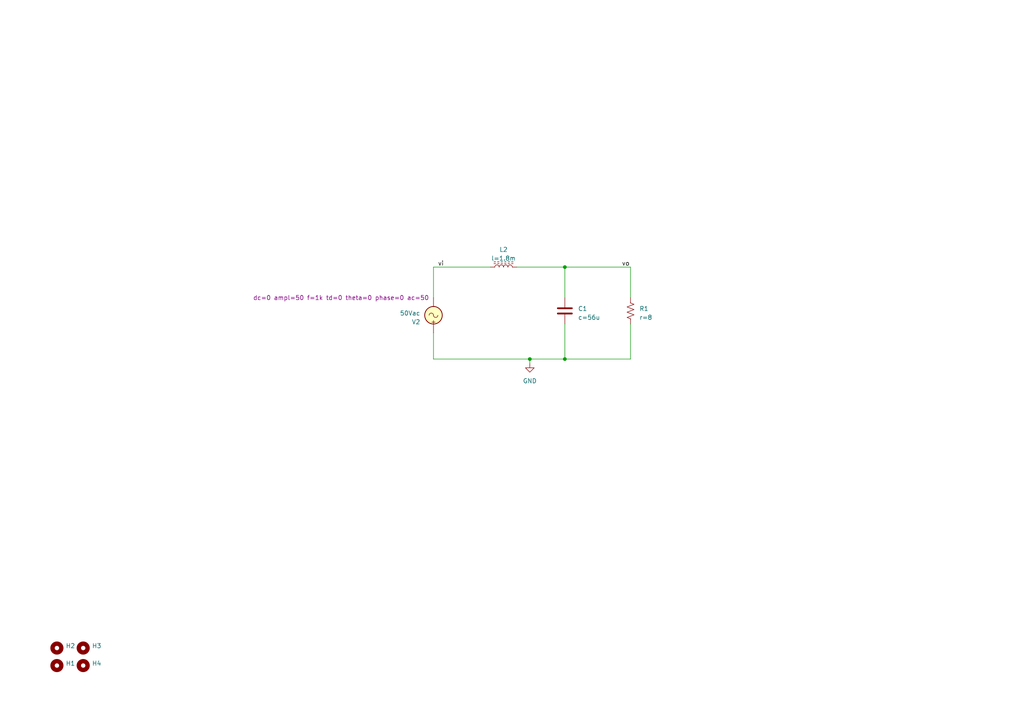
<source format=kicad_sch>
(kicad_sch (version 20230121) (generator eeschema)
  (paper "A4")
  (lib_symbols
    (symbol "Device:C" (pin_numbers hide) (pin_names (offset 0.254))
      (property "Reference" "C" (at 0.635 2.54 0))
      (property "Value" "C" (at 0.635 -2.54 0))
      (symbol "C_0_1"
        (polyline (pts (xy -2.032 -0.762) (xy 2.032 -0.762)) (stroke (width 0.508)))
        (polyline (pts (xy -2.032 0.762) (xy 2.032 0.762)) (stroke (width 0.508)))
      )
      (symbol "C_1_1"
        (pin passive line (at 0 3.81 270) (length 2.794) (name "~") (number "1"))
        (pin passive line (at 0 -3.81 90) (length 2.794) (name "~") (number "2"))
      )
    )
    (symbol "Device:L_Ferrite" (pin_numbers hide) (pin_names (offset 1.016) hide)
      (property "Reference" "L" (at -1.27 0 90))
      (property "Value" "L_Ferrite" (at 2.794 0 90))
      (symbol "L_Ferrite_0_1"
        (arc (start 0 -2.54) (mid 0.6323 -1.905) (end 0 -1.27))
        (arc (start 0 -1.27) (mid 0.6323 -0.635) (end 0 0))
        (polyline (pts (xy 1.016 -2.794) (xy 1.016 -2.286)))
        (polyline (pts (xy 1.016 -1.778) (xy 1.016 -1.27)))
        (polyline (pts (xy 1.016 -0.762) (xy 1.016 -0.254)))
        (polyline (pts (xy 1.016 0.254) (xy 1.016 0.762)))
        (polyline (pts (xy 1.016 1.27) (xy 1.016 1.778)))
        (polyline (pts (xy 1.016 2.286) (xy 1.016 2.794)))
        (polyline (pts (xy 1.524 -2.286) (xy 1.524 -2.794)))
        (polyline (pts (xy 1.524 -1.27) (xy 1.524 -1.778)))
        (polyline (pts (xy 1.524 -0.254) (xy 1.524 -0.762)))
        (polyline (pts (xy 1.524 0.762) (xy 1.524 0.254)))
        (polyline (pts (xy 1.524 1.778) (xy 1.524 1.27)))
        (polyline (pts (xy 1.524 2.794) (xy 1.524 2.286)))
        (arc (start 0 0) (mid 0.6323 0.635) (end 0 1.27))
        (arc (start 0 1.27) (mid 0.6323 1.905) (end 0 2.54))
      )
      (symbol "L_Ferrite_1_1"
        (pin passive line (at 0 3.81 270) (length 1.27) (name "1") (number "1"))
        (pin passive line (at 0 -3.81 90) (length 1.27) (name "2") (number "2"))
      )
    )
    (symbol "Device:R_US" (pin_numbers hide) (pin_names (offset 0))
      (property "Reference" "R" (at 2.54 0 90))
      (property "Value" "R_US" (at -2.54 0 90))
      (symbol "R_US_0_1"
        (polyline (pts (xy 0 -2.286) (xy 0 -2.54)))
        (polyline (pts (xy 0 2.286) (xy 0 2.54)))
        (polyline (pts (xy 0 -0.762) (xy 1.016 -1.143) (xy 0 -1.524) (xy -1.016 -1.905) (xy 0 -2.286)))
        (polyline (pts (xy 0 0.762) (xy 1.016 0.381) (xy 0 0) (xy -1.016 -0.381) (xy 0 -0.762)))
        (polyline (pts (xy 0 2.286) (xy 1.016 1.905) (xy 0 1.524) (xy -1.016 1.143) (xy 0 0.762)))
      )
      (symbol "R_US_1_1"
        (pin passive line (at 0 3.81 270) (length 1.27) (name "~") (number "1"))
        (pin passive line (at 0 -3.81 90) (length 1.27) (name "~") (number "2"))
      )
    )
    (symbol "Mechanical:MountingHole" (pin_names (offset 1.016))
      (property "Reference" "H" (at 0 5.08 0))
      (property "Value" "MountingHole" (at 0 3.175 0))
      (symbol "MountingHole_0_1"
        (circle (center 0 0) (radius 1.27) (stroke (width 1.27)))
      )
    )
    (symbol "Simulation_SPICE:VSIN" (pin_numbers hide) (pin_names (offset 0.0254))
      (property "Reference" "V" (at 2.54 2.54 0))
      (property "Value" "VSIN" (at 2.54 0 0))
      (property "Sim.Params" "dc=0 ampl=1 f=1k ac=1" (at 2.54 -2.54 0))
      (symbol "VSIN_0_0"
        (arc (start 0 0) (mid -0.635 0.6323) (end -1.27 0))
        (arc (start 0 0) (mid 0.635 -0.6323) (end 1.27 0))
        (text "+" (at 0 1.905 0) (effects (font (size 1.27 1.27))))
      )
      (symbol "VSIN_0_1"
        (circle (center 0 0) (radius 2.54) (stroke (width 0.254)) (fill (type background)))
      )
      (symbol "VSIN_1_1"
        (pin passive line (at 0 5.08 270) (length 2.54) (name "~") (number "1"))
        (pin passive line (at 0 -5.08 90) (length 2.54) (name "~") (number "2"))
      )
    )
    (symbol "power:GND" (power) (pin_names (offset 0))
      (property "Value" "GND" (at 0 -3.81 0))
      (symbol "GND_0_1"
        (polyline (pts (xy 0 0) (xy 0 -1.27) (xy 1.27 -1.27) (xy 0 -2.54) (xy -1.27 -1.27) (xy 0 -1.27)))
      )
      (symbol "GND_1_1"
        (pin power_in line (at 0 0 270) (length 0) hide (name "GND") (number "1"))
      )
    )
  )
  (junction (at 163.83 77.47))
  (junction (at 163.83 104.14))
  (junction (at 153.67 104.14))
  (wire (pts (xy 182.88 86.36) (xy 182.88 77.47)))
  (wire (pts (xy 163.83 104.14) (xy 182.88 104.14)))
  (wire (pts (xy 125.73 96.52) (xy 125.73 104.14)))
  (wire (pts (xy 163.83 77.47) (xy 182.88 77.47)))
  (wire (pts (xy 163.83 93.98) (xy 163.83 104.14)))
  (wire (pts (xy 125.73 86.36) (xy 125.73 77.47)))
  (wire (pts (xy 125.73 104.14) (xy 153.67 104.14)))
  (wire (pts (xy 125.73 77.47) (xy 142.24 77.47)))
  (wire (pts (xy 182.88 93.98) (xy 182.88 104.14)))
  (wire (pts (xy 153.67 104.14) (xy 153.67 105.41)))
  (wire (pts (xy 153.67 104.14) (xy 163.83 104.14)))
  (wire (pts (xy 149.86 77.47) (xy 163.83 77.47)))
  (wire (pts (xy 163.83 86.36) (xy 163.83 77.47)))
  (label "vi" (at 127 77.47 0))
  (label "vo" (at 180.34 77.47 0))
  (symbol (lib_id "Device:R_US") (at 182.88 90.17 180) (unit 1)
    (property "Reference" "R1" (at 185.42 89.535 0) (effects (justify right)))
    (property "Value" "${SIM.PARAMS}" (at 185.42 92.075 0) (effects (justify right)))
    (property "Footprint" "TerminalBlock_Phoenix:TerminalBlock_Phoenix_MKDS-1,5-2-5.08_1x02_P5.08mm_Horizontal" (effects hide))
    (property "Sim.Device" "R" (effects hide))
    (property "Sim.Type" "=" (effects hide))
    (property "Sim.Params" "r=8" (effects hide))
    (property "Sim.Pins" "1=+ 2=-" (effects hide))
  )
  (symbol (lib_id "Mechanical:MountingHole") (at 24.13 187.96 0) (unit 1)
    (property "Reference" "H3" (at 26.67 187.325 0) (effects (justify left)))
    (property "Value" "MountingHole" (effects hide))
    (property "Footprint" "MountingHole:MountingHole_3.2mm_M3_DIN965" (effects hide))
    (property "Sim.Enable" "0" (effects hide))
  )
  (symbol (lib_id "Simulation_SPICE:VSIN") (at 125.73 91.44 180) (unit 1)
    (property "Reference" "V2" (at 121.92 93.3808 0) (effects (justify left)))
    (property "Value" "50Vac" (at 121.92 90.8408 0) (effects (justify left)))
    (property "Footprint" "TerminalBlock_Phoenix:TerminalBlock_Phoenix_MKDS-1,5-2-5.08_1x02_P5.08mm_Horizontal" (effects hide))
    (property "Sim.Pins" "1=- 2=+" (effects hide))
    (property "Sim.Params" "dc=0 ampl=50 f=1k td=0 theta=0 phase=0 ac=50" (at 124.46 86.36 0) (effects (justify left)))
    (property "Sim.Type" "SIN" (effects hide))
    (property "Sim.Device" "V" (effects hide))
  )
  (symbol (lib_id "Mechanical:MountingHole") (at 16.51 187.96 0) (unit 1)
    (property "Reference" "H2" (at 19.05 187.325 0) (effects (justify left)))
    (property "Value" "MountingHole" (effects hide))
    (property "Footprint" "MountingHole:MountingHole_3.2mm_M3_DIN965" (effects hide))
    (property "Sim.Enable" "0" (effects hide))
  )
  (symbol (lib_id "power:GND") (at 153.67 105.41 0) (unit 1)
    (property "Reference" "#PWR04" (effects hide))
    (property "Value" "GND" (at 153.67 110.49 0))
  )
  (symbol (lib_id "Device:C") (at 163.83 90.17 0) (unit 1)
    (property "Reference" "C1" (at 167.64 89.535 0) (effects (justify left)))
    (property "Value" "${SIM.PARAMS}" (at 167.64 92.075 0) (effects (justify left)))
    (property "Footprint" "Capacitor_THT:CP_Axial_L29.0mm_D13.0mm_P35.00mm_Horizontal" (effects hide))
    (property "Sim.Device" "C" (effects hide))
    (property "Sim.Type" "=" (effects hide))
    (property "Sim.Params" "c=56u" (effects hide))
    (property "Sim.Pins" "1=+ 2=-" (effects hide))
  )
  (symbol (lib_id "Mechanical:MountingHole") (at 16.51 193.04 0) (unit 1)
    (property "Reference" "H1" (at 19.05 192.405 0) (effects (justify left)))
    (property "Value" "MountingHole" (effects hide))
    (property "Footprint" "MountingHole:MountingHole_3.2mm_M3_DIN965" (effects hide))
    (property "Sim.Enable" "0" (effects hide))
  )
  (symbol (lib_id "Device:L_Ferrite") (at 146.05 77.47 90) (unit 1)
    (property "Reference" "L2" (at 146.05 72.39 90))
    (property "Value" "${SIM.PARAMS}" (at 146.05 74.93 90))
    (property "Footprint" "MR-footprint:Inductor_3055" (effects hide))
    (property "Sim.Device" "L" (effects hide))
    (property "Sim.Type" "=" (effects hide))
    (property "Sim.Params" "l=1.8m" (effects hide))
    (property "Sim.Pins" "1=+ 2=-" (effects hide))
  )
  (symbol (lib_id "Mechanical:MountingHole") (at 24.13 193.04 0) (unit 1)
    (property "Reference" "H4" (at 26.67 192.405 0) (effects (justify left)))
    (property "Value" "MountingHole" (effects hide))
    (property "Footprint" "MountingHole:MountingHole_3.2mm_M3_DIN965" (effects hide))
    (property "Sim.Enable" "0" (effects hide))
  )
)
</source>
